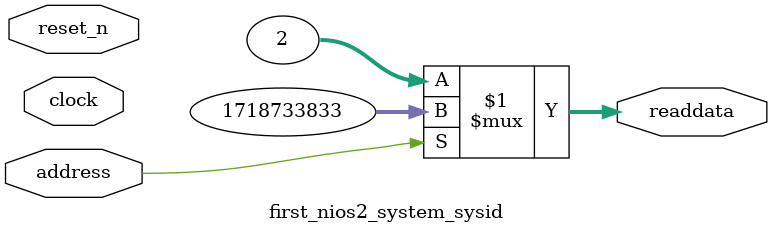
<source format=v>

`timescale 1ns / 1ps
// synthesis translate_on

// turn off superfluous verilog processor warnings 
// altera message_level Level1 
// altera message_off 10034 10035 10036 10037 10230 10240 10030 

module first_nios2_system_sysid (
               // inputs:
                address,
                clock,
                reset_n,

               // outputs:
                readdata
             )
;

  output  [ 31: 0] readdata;
  input            address;
  input            clock;
  input            reset_n;

  wire    [ 31: 0] readdata;
  //control_slave, which is an e_avalon_slave
  assign readdata = address ? 1718733833 : 2;

endmodule




</source>
